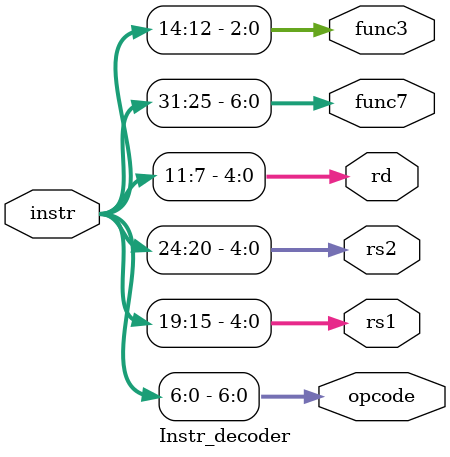
<source format=v>
module Instr_decoder(
    input  [31:0] instr,
    output reg [6:0]  opcode,
    output reg [4:0]  rs1,
    output reg [4:0]  rs2,
    output reg [4:0]  rd,
    output reg [6:0]  func7,
    output reg [2:0]  func3
   // output [11:0] Imm
);

    always @(*) begin
        opcode = instr[6:0];
        rs1 = instr[19:15];
        rs2 = instr[24:20];
        rd  = instr[11:7];
        func7    = instr[31:25];
        func3    = instr[14:12];
    end
    
endmodule
</source>
